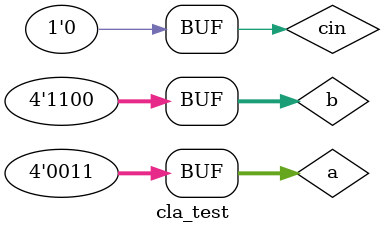
<source format=v>
`timescale 1ns / 1ps


module cla_test;

	// Inputs
	reg [3:0] a;
	reg [3:0] b;
	reg cin;

	// Outputs
	wire [3:0] sum;
	wire cout;

	// Instantiate the Unit Under Test (UUT)
	carry_look_ahead_adder uut (
		.a(a), 
		.b(b), 
		.cin(cin), 
		.sum(sum), 
		.cout(cout)
	);

	initial begin
		// Initialize Inputs
		a = 4'b0011;
		b = 4'b1100;
		cin = 0;

		// Wait 100 ns for global reset to finish
		#100;
        
		// Add stimulus here

	end
      
endmodule


</source>
